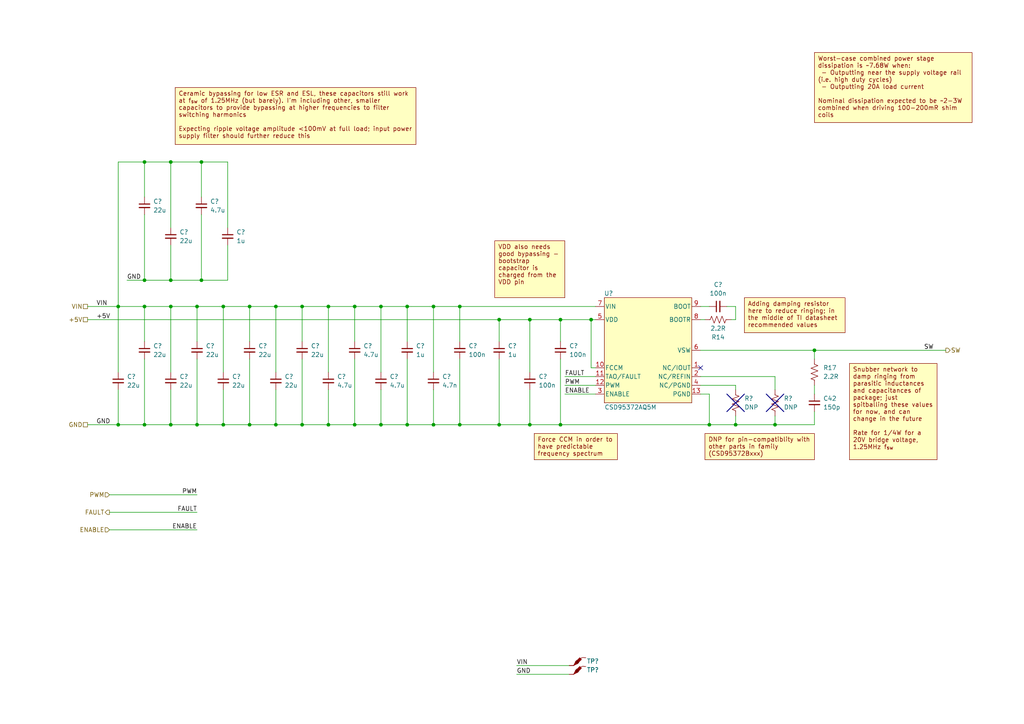
<source format=kicad_sch>
(kicad_sch (version 20230121) (generator eeschema)
  (paper "A4")
  (title_block (title "Shim Amplifier Prototype") (date "2023-08-01") (rev "A.1") (company "Ishaan Govindarajan"))
  (lib_symbols
    (symbol "Custom-Capacitor:CL10B104KB8NNWC" (pin_numbers hide) (pin_names (offset 0.254) hide)
      (property "Reference" "C" (at 0.254 1.778 0))
      (property "Value" "100n" (at 0.254 -2.032 0))
      (symbol "CL10B104KB8NNWC_0_1"
        (polyline (pts (xy -1.524 -0.508) (xy 1.524 -0.508)) (stroke (width 0.3302)))
        (polyline (pts (xy -1.524 0.508) (xy 1.524 0.508)) (stroke (width 0.3048)))
      )
      (symbol "CL10B104KB8NNWC_1_1"
        (pin passive line (at 0 2.54 270) (length 2.032) (name "~") (number "1"))
        (pin passive line (at 0 -2.54 90) (length 2.032) (name "~") (number "2"))
      )
    )
    (symbol "Custom-Capacitor:CL10B472KB8NFNC" (pin_numbers hide) (pin_names (offset 0.254) hide)
      (property "Reference" "C" (at 0.254 1.778 0))
      (property "Value" "4.7n" (at 0.254 -2.032 0))
      (symbol "CL10B472KB8NFNC_0_1"
        (polyline (pts (xy -1.524 -0.508) (xy 1.524 -0.508)) (stroke (width 0.3302)))
        (polyline (pts (xy -1.524 0.508) (xy 1.524 0.508)) (stroke (width 0.3048)))
      )
      (symbol "CL10B472KB8NFNC_1_1"
        (pin passive line (at 0 2.54 270) (length 2.032) (name "~") (number "1"))
        (pin passive line (at 0 -2.54 90) (length 2.032) (name "~") (number "2"))
      )
    )
    (symbol "Custom-Capacitor:CL21A475KLCLQNC" (pin_numbers hide) (pin_names (offset 0.254) hide)
      (property "Reference" "C" (at 0.254 1.778 0))
      (property "Value" "4.7u" (at 0.254 -2.032 0))
      (symbol "CL21A475KLCLQNC_0_1"
        (polyline (pts (xy -1.524 -0.508) (xy 1.524 -0.508)) (stroke (width 0.3302)))
        (polyline (pts (xy -1.524 0.508) (xy 1.524 0.508)) (stroke (width 0.3048)))
      )
      (symbol "CL21A475KLCLQNC_1_1"
        (pin passive line (at 0 2.54 270) (length 2.032) (name "~") (number "1"))
        (pin passive line (at 0 -2.54 90) (length 2.032) (name "~") (number "2"))
      )
    )
    (symbol "Custom-Capacitor:CL21B105KBFNNNG" (pin_numbers hide) (pin_names (offset 0.254) hide)
      (property "Reference" "C" (at 0.254 1.778 0))
      (property "Value" "1u" (at 0.254 -2.032 0))
      (symbol "CL21B105KBFNNNG_0_1"
        (polyline (pts (xy -1.524 -0.508) (xy 1.524 -0.508)) (stroke (width 0.3302)))
        (polyline (pts (xy -1.524 0.508) (xy 1.524 0.508)) (stroke (width 0.3048)))
      )
      (symbol "CL21B105KBFNNNG_1_1"
        (pin passive line (at 0 2.54 270) (length 2.032) (name "~") (number "1"))
        (pin passive line (at 0 -2.54 90) (length 2.032) (name "~") (number "2"))
      )
    )
    (symbol "Custom-Capacitor:CL32B226KAJNNNE" (pin_numbers hide) (pin_names (offset 0.254) hide)
      (property "Reference" "C" (at 0.254 1.778 0))
      (property "Value" "22u" (at 0.254 -2.032 0))
      (symbol "CL32B226KAJNNNE_0_1"
        (polyline (pts (xy -1.524 -0.508) (xy 1.524 -0.508)) (stroke (width 0.3302)))
        (polyline (pts (xy -1.524 0.508) (xy 1.524 0.508)) (stroke (width 0.3048)))
      )
      (symbol "CL32B226KAJNNNE_1_1"
        (pin passive line (at 0 2.54 270) (length 2.032) (name "~") (number "1"))
        (pin passive line (at 0 -2.54 90) (length 2.032) (name "~") (number "2"))
      )
    )
    (symbol "Custom-Capacitor:GCM1885C2A151JA16D" (pin_numbers hide) (pin_names (offset 0.254) hide)
      (property "Reference" "C" (at 0.254 1.778 0))
      (property "Value" "150p" (at 0.254 -2.032 0))
      (symbol "GCM1885C2A151JA16D_0_1"
        (polyline (pts (xy -1.524 -0.508) (xy 1.524 -0.508)) (stroke (width 0.3302)))
        (polyline (pts (xy -1.524 0.508) (xy 1.524 0.508)) (stroke (width 0.3048)))
      )
      (symbol "GCM1885C2A151JA16D_1_1"
        (pin passive line (at 0 2.54 270) (length 2.032) (name "~") (number "1"))
        (pin passive line (at 0 -2.54 90) (length 2.032) (name "~") (number "2"))
      )
    )
    (symbol "Custom-LogicIC:TestPoint" (in_bom no)
      (property "Reference" "TP" (at 2.54 0 0))
      (symbol "TestPoint_1_1"
        (polyline (pts (xy -0.762 1.27) (xy 0 0.508)) (stroke (width 0) (color 72 0 0 1)))
        (polyline (pts (xy -0.508 1.524) (xy 0.254 0.762)) (stroke (width 0) (color 72 0 0 1)))
        (polyline (pts (xy -1.27 0) (xy -0.762 1.016) (xy -0.254 0.508) (xy -1.27 0)) (fill (type color) (color 132 0 0 1)))
        (polyline (pts (xy -0.762 1.016) (xy 0.508 2.286) (xy 1.016 1.778) (xy -0.254 0.508) (xy -0.762 1.016)) (fill (type color) (color 132 0 0 1)))
        (arc (start 1.778 2.286) (mid 1.2343 2.3019) (end 0.762 2.032))
        (arc (start 1.778 2.286) (mid 2.032 2.258) (end 2.286 2.286))
        (pin passive line (at -2.54 0 0) (length 1.27) (name "") (number "1"))
      )
    )
    (symbol "Custom-PowerIC:CSD95372AQ5M" (pin_names (offset 0.254))
      (property "Reference" "U" (at -11.43 16.51 0))
      (property "Value" "CSD95372AQ5M" (at -12.7 -16.51 0))
      (symbol "CSD95372AQ5M_1_1"
        (rectangle (start -12.7 15.24) (end 12.7 -15.24) (fill (type background)))
        (pin passive line (at 15.24 -5.08 180) (length 2.54) (name "NC/IOUT") (number "1"))
        (pin input line (at -15.24 -5.08 0) (length 2.54) (name "FCCM") (number "10"))
        (pin tri_state line (at -15.24 -7.62 0) (length 2.54) (name "TAO/FAULT") (number "11"))
        (pin input line (at -15.24 -10.16 0) (length 2.54) (name "PWM") (number "12"))
        (pin power_in line (at 15.24 -12.7 180) (length 2.54) (name "PGND") (number "13"))
        (pin passive line (at 15.24 -7.62 180) (length 2.54) (name "NC/REFIN") (number "2"))
        (pin input line (at -15.24 -12.7 0) (length 2.54) (name "ENABLE") (number "3"))
        (pin passive line (at 15.24 -10.16 180) (length 2.54) (name "NC/PGND") (number "4"))
        (pin power_in line (at -15.24 8.89 0) (length 2.54) (name "VDD") (number "5"))
        (pin power_out line (at 15.24 0 180) (length 2.54) (name "VSW") (number "6"))
        (pin power_in line (at -15.24 12.7 0) (length 2.54) (name "VIN") (number "7"))
        (pin output line (at 15.24 8.89 180) (length 2.54) (name "BOOTR") (number "8"))
        (pin passive line (at 15.24 12.7 180) (length 2.54) (name "BOOT") (number "9"))
      )
    )
    (symbol "Custom-Resistor:JUMPER_DNP" (pin_numbers hide) (pin_names (offset 0))
      (property "Reference" "R" (at 2.54 0 90))
      (property "Value" "DNP" (at -2.54 0 90))
      (symbol "JUMPER_DNP_0_1"
        (polyline (pts (xy 0 -2.286) (xy 0 -2.54)))
        (polyline (pts (xy 0 2.286) (xy 0 2.54)))
        (polyline (pts (xy 0 -0.762) (xy 1.016 -1.143) (xy 0 -1.524) (xy -1.016 -1.905) (xy 0 -2.286)))
        (polyline (pts (xy 0 0.762) (xy 1.016 0.381) (xy 0 0) (xy -1.016 -0.381) (xy 0 -0.762)))
        (polyline (pts (xy 0 2.286) (xy 1.016 1.905) (xy 0 1.524) (xy -1.016 1.143) (xy 0 0.762)))
      )
      (symbol "JUMPER_DNP_1_1"
        (polyline (pts (xy -2.54 -2.54) (xy 2.54 2.54)) (stroke (width 0.254) (color 0 0 132 1)))
        (polyline (pts (xy -2.54 2.54) (xy 2.54 -2.54)) (stroke (width 0.254) (color 0 0 132 1)))
        (pin passive line (at 0 3.81 270) (length 1.27) (name "~") (number "1"))
        (pin passive line (at 0 -3.81 90) (length 1.27) (name "~") (number "2"))
      )
    )
    (symbol "Custom-Resistor:RPC0805JT2R20-UP" (pin_numbers hide) (pin_names (offset 0))
      (property "Reference" "R" (at 2.54 0 90))
      (property "Value" "2.2R" (at -2.54 0 90))
      (symbol "RPC0805JT2R20-UP_0_1"
        (polyline (pts (xy 0 -2.286) (xy 0 -2.54)))
        (polyline (pts (xy 0 2.286) (xy 0 2.54)))
        (polyline (pts (xy 0 -0.762) (xy 1.016 -1.143) (xy 0 -1.524) (xy -1.016 -1.905) (xy 0 -2.286)))
        (polyline (pts (xy 0 0.762) (xy 1.016 0.381) (xy 0 0) (xy -1.016 -0.381) (xy 0 -0.762)))
        (polyline (pts (xy 0 2.286) (xy 1.016 1.905) (xy 0 1.524) (xy -1.016 1.143) (xy 0 0.762)))
      )
      (symbol "RPC0805JT2R20-UP_1_1"
        (pin passive line (at 0 3.81 270) (length 1.27) (name "~") (number "1"))
        (pin passive line (at 0 -3.81 90) (length 1.27) (name "~") (number "2"))
      )
    )
  )
  (junction (at 49.53 123.19))
  (junction (at 58.42 81.28))
  (junction (at 162.56 123.19))
  (junction (at 133.35 123.19))
  (junction (at 171.45 92.71))
  (junction (at 49.53 81.28))
  (junction (at 80.01 88.9))
  (junction (at 95.25 123.19))
  (junction (at 49.53 88.9))
  (junction (at 125.73 88.9))
  (junction (at 72.39 88.9))
  (junction (at 64.77 88.9))
  (junction (at 162.56 92.71))
  (junction (at 118.11 88.9))
  (junction (at 144.78 123.19))
  (junction (at 41.91 88.9))
  (junction (at 95.25 88.9))
  (junction (at 118.11 123.19))
  (junction (at 133.35 88.9))
  (junction (at 34.29 123.19))
  (junction (at 213.36 123.19))
  (junction (at 41.91 46.99))
  (junction (at 144.78 92.71))
  (junction (at 236.22 101.6))
  (junction (at 153.67 123.19))
  (junction (at 58.42 46.99))
  (junction (at 80.01 123.19))
  (junction (at 41.91 123.19))
  (junction (at 41.91 81.28))
  (junction (at 110.49 123.19))
  (junction (at 87.63 123.19))
  (junction (at 72.39 123.19))
  (junction (at 57.15 123.19))
  (junction (at 224.79 123.19))
  (junction (at 110.49 88.9))
  (junction (at 205.74 123.19))
  (junction (at 102.87 123.19))
  (junction (at 153.67 92.71))
  (junction (at 87.63 88.9))
  (junction (at 64.77 123.19))
  (junction (at 125.73 123.19))
  (junction (at 57.15 88.9))
  (junction (at 34.29 88.9))
  (junction (at 102.87 88.9))
  (junction (at 49.53 46.99))
  (no_connect (at 203.2 106.68))
  (wire (pts (xy 80.01 123.19) (xy 87.63 123.19)))
  (wire (pts (xy 49.53 88.9) (xy 57.15 88.9)))
  (wire (pts (xy 49.53 113.03) (xy 49.53 123.19)))
  (wire (pts (xy 25.4 123.19) (xy 34.29 123.19)))
  (wire (pts (xy 87.63 88.9) (xy 95.25 88.9)))
  (wire (pts (xy 34.29 46.99) (xy 41.91 46.99)))
  (wire (pts (xy 31.75 148.59) (xy 57.15 148.59)))
  (wire (pts (xy 95.25 123.19) (xy 102.87 123.19)))
  (wire (pts (xy 144.78 92.71) (xy 153.67 92.71)))
  (wire (pts (xy 110.49 123.19) (xy 118.11 123.19)))
  (wire (pts (xy 49.53 71.12) (xy 49.53 81.28)))
  (wire (pts (xy 102.87 123.19) (xy 110.49 123.19)))
  (wire (pts (xy 203.2 88.9) (xy 205.74 88.9)))
  (wire (pts (xy 72.39 123.19) (xy 80.01 123.19)))
  (wire (pts (xy 144.78 92.71) (xy 144.78 99.06)))
  (wire (pts (xy 64.77 88.9) (xy 72.39 88.9)))
  (wire (pts (xy 64.77 113.03) (xy 64.77 123.19)))
  (wire (pts (xy 57.15 104.14) (xy 57.15 123.19)))
  (wire (pts (xy 203.2 114.3) (xy 205.74 114.3)))
  (wire (pts (xy 34.29 113.03) (xy 34.29 123.19)))
  (wire (pts (xy 162.56 104.14) (xy 162.56 123.19)))
  (wire (pts (xy 149.86 193.04) (xy 165.1 193.04)))
  (wire (pts (xy 110.49 88.9) (xy 110.49 107.95)))
  (wire (pts (xy 144.78 123.19) (xy 153.67 123.19)))
  (wire (pts (xy 236.22 119.38) (xy 236.22 123.19)))
  (wire (pts (xy 149.86 195.58) (xy 165.1 195.58)))
  (wire (pts (xy 72.39 88.9) (xy 72.39 99.06)))
  (wire (pts (xy 64.77 123.19) (xy 72.39 123.19)))
  (wire (pts (xy 95.25 88.9) (xy 102.87 88.9)))
  (wire (pts (xy 110.49 88.9) (xy 118.11 88.9)))
  (wire (pts (xy 171.45 92.71) (xy 172.72 92.71)))
  (wire (pts (xy 205.74 123.19) (xy 213.36 123.19)))
  (wire (pts (xy 102.87 104.14) (xy 102.87 123.19)))
  (wire (pts (xy 224.79 123.19) (xy 236.22 123.19)))
  (wire (pts (xy 87.63 104.14) (xy 87.63 123.19)))
  (wire (pts (xy 102.87 88.9) (xy 110.49 88.9)))
  (wire (pts (xy 125.73 88.9) (xy 125.73 107.95)))
  (wire (pts (xy 25.4 88.9) (xy 34.29 88.9)))
  (wire (pts (xy 224.79 109.22) (xy 203.2 109.22)))
  (wire (pts (xy 80.01 113.03) (xy 80.01 123.19)))
  (wire (pts (xy 31.75 153.67) (xy 57.15 153.67)))
  (wire (pts (xy 203.2 92.71) (xy 204.47 92.71)))
  (wire (pts (xy 163.83 109.22) (xy 172.72 109.22)))
  (wire (pts (xy 118.11 88.9) (xy 125.73 88.9)))
  (wire (pts (xy 41.91 104.14) (xy 41.91 123.19)))
  (wire (pts (xy 212.09 92.71) (xy 213.36 92.71)))
  (wire (pts (xy 57.15 88.9) (xy 57.15 99.06)))
  (wire (pts (xy 163.83 114.3) (xy 172.72 114.3)))
  (wire (pts (xy 58.42 62.23) (xy 58.42 81.28)))
  (wire (pts (xy 34.29 88.9) (xy 41.91 88.9)))
  (wire (pts (xy 236.22 101.6) (xy 274.32 101.6)))
  (wire (pts (xy 224.79 120.65) (xy 224.79 123.19)))
  (wire (pts (xy 133.35 88.9) (xy 172.72 88.9)))
  (wire (pts (xy 49.53 46.99) (xy 58.42 46.99)))
  (wire (pts (xy 153.67 92.71) (xy 153.67 107.95)))
  (wire (pts (xy 213.36 113.03) (xy 213.36 111.76)))
  (wire (pts (xy 102.87 88.9) (xy 102.87 99.06)))
  (wire (pts (xy 34.29 123.19) (xy 41.91 123.19)))
  (wire (pts (xy 49.53 81.28) (xy 58.42 81.28)))
  (wire (pts (xy 41.91 46.99) (xy 49.53 46.99)))
  (wire (pts (xy 118.11 88.9) (xy 118.11 99.06)))
  (wire (pts (xy 58.42 81.28) (xy 66.04 81.28)))
  (wire (pts (xy 41.91 88.9) (xy 41.91 99.06)))
  (wire (pts (xy 41.91 46.99) (xy 41.91 57.15)))
  (wire (pts (xy 49.53 88.9) (xy 41.91 88.9)))
  (wire (pts (xy 213.36 88.9) (xy 213.36 92.71)))
  (wire (pts (xy 34.29 88.9) (xy 34.29 46.99)))
  (wire (pts (xy 172.72 106.68) (xy 171.45 106.68)))
  (wire (pts (xy 41.91 123.19) (xy 49.53 123.19)))
  (wire (pts (xy 72.39 104.14) (xy 72.39 123.19)))
  (wire (pts (xy 36.83 81.28) (xy 41.91 81.28)))
  (wire (pts (xy 58.42 46.99) (xy 58.42 57.15)))
  (wire (pts (xy 125.73 123.19) (xy 133.35 123.19)))
  (wire (pts (xy 162.56 123.19) (xy 205.74 123.19)))
  (wire (pts (xy 72.39 88.9) (xy 80.01 88.9)))
  (wire (pts (xy 66.04 46.99) (xy 66.04 66.04)))
  (wire (pts (xy 57.15 88.9) (xy 64.77 88.9)))
  (wire (pts (xy 162.56 92.71) (xy 171.45 92.71)))
  (wire (pts (xy 49.53 88.9) (xy 49.53 107.95)))
  (wire (pts (xy 213.36 123.19) (xy 224.79 123.19)))
  (wire (pts (xy 153.67 92.71) (xy 162.56 92.71)))
  (wire (pts (xy 213.36 123.19) (xy 213.36 120.65)))
  (wire (pts (xy 95.25 113.03) (xy 95.25 123.19)))
  (wire (pts (xy 236.22 111.76) (xy 236.22 114.3)))
  (wire (pts (xy 80.01 88.9) (xy 87.63 88.9)))
  (wire (pts (xy 87.63 88.9) (xy 87.63 99.06)))
  (wire (pts (xy 110.49 113.03) (xy 110.49 123.19)))
  (wire (pts (xy 95.25 88.9) (xy 95.25 107.95)))
  (wire (pts (xy 133.35 104.14) (xy 133.35 123.19)))
  (wire (pts (xy 162.56 92.71) (xy 162.56 99.06)))
  (wire (pts (xy 171.45 92.71) (xy 171.45 106.68)))
  (wire (pts (xy 153.67 113.03) (xy 153.67 123.19)))
  (wire (pts (xy 133.35 123.19) (xy 144.78 123.19)))
  (wire (pts (xy 224.79 113.03) (xy 224.79 109.22)))
  (wire (pts (xy 41.91 81.28) (xy 49.53 81.28)))
  (wire (pts (xy 118.11 104.14) (xy 118.11 123.19)))
  (wire (pts (xy 125.73 113.03) (xy 125.73 123.19)))
  (wire (pts (xy 49.53 46.99) (xy 49.53 66.04)))
  (wire (pts (xy 210.82 88.9) (xy 213.36 88.9)))
  (wire (pts (xy 57.15 123.19) (xy 64.77 123.19)))
  (wire (pts (xy 236.22 104.14) (xy 236.22 101.6)))
  (wire (pts (xy 205.74 114.3) (xy 205.74 123.19)))
  (wire (pts (xy 34.29 88.9) (xy 34.29 107.95)))
  (wire (pts (xy 31.75 143.51) (xy 57.15 143.51)))
  (wire (pts (xy 66.04 71.12) (xy 66.04 81.28)))
  (wire (pts (xy 118.11 123.19) (xy 125.73 123.19)))
  (wire (pts (xy 144.78 104.14) (xy 144.78 123.19)))
  (wire (pts (xy 153.67 123.19) (xy 162.56 123.19)))
  (wire (pts (xy 25.4 92.71) (xy 144.78 92.71)))
  (wire (pts (xy 80.01 88.9) (xy 80.01 107.95)))
  (wire (pts (xy 203.2 101.6) (xy 236.22 101.6)))
  (wire (pts (xy 87.63 123.19) (xy 95.25 123.19)))
  (wire (pts (xy 58.42 46.99) (xy 66.04 46.99)))
  (wire (pts (xy 49.53 123.19) (xy 57.15 123.19)))
  (wire (pts (xy 133.35 88.9) (xy 133.35 99.06)))
  (wire (pts (xy 41.91 62.23) (xy 41.91 81.28)))
  (wire (pts (xy 125.73 88.9) (xy 133.35 88.9)))
  (wire (pts (xy 64.77 88.9) (xy 64.77 107.95)))
  (wire (pts (xy 203.2 111.76) (xy 213.36 111.76)))
  (wire (pts (xy 163.83 111.76) (xy 172.72 111.76)))
  (text_box "Worst-case combined power stage dissipation is ~7.68W when:\n - Outputting near the supply voltage rail (i.e. high duty cycles)\n - Outputting 20A load current\n\nNominal dissipation expected to be ~2-3W combined when driving 100-200mR shim coils" (at 236.22 15.24 0) (size 45.72 20.32) (stroke (width 0) (color 132 0 0 1)) (fill (type color) (color 255 255 194 1)) (effects (font (size 1.27 1.27)) (justify left top)))
  (text_box "Adding damping resistor here to reduce ringing; in the middle of TI datasheet recommended values" (at 215.9 86.36 0) (size 29.21 10.16) (stroke (width 0) (color 132 0 0 1)) (fill (type color) (color 255 255 194 1)) (effects (font (size 1.27 1.27)) (justify left top)))
  (text_box "VDD also needs good bypassing - bootstrap capacitor is charged from the VDD pin" (at 143.51 69.85 0) (size 20.32 16.51) (stroke (width 0) (color 132 0 0 1)) (fill (type color) (color 255 255 194 1)) (effects (font (size 1.27 1.27)) (justify left top)))
  (text_box "DNP for pin-compatiblity with other parts in family\n(CSD95372Bxxx)" (at 204.47 125.73 0) (size 31.75 7.62) (stroke (width 0) (color 132 0 0 1)) (fill (type color) (color 255 255 194 1)) (effects (font (size 1.27 1.27)) (justify left top)))
  (text_box "Force CCM in order to have predictable frequency spectrum" (at 154.94 125.73 0) (size 24.13 7.62) (stroke (width 0) (color 132 0 0 1)) (fill (type color) (color 255 255 194 1)) (effects (font (size 1.27 1.27)) (justify left top)))
  (text_box "Ceramic bypassing for low ESR and ESL, these capacitors still work at f_{sw} of 1.25MHz (but barely). I'm including other, smaller capacitors to provide bypassing at higher frequencies to filter switching harmonics\n\nExpecting ripple voltage amplitude <100mV at full load; input power supply filter should further reduce this" (at 50.8 25.4 0) (size 69.85 16.51) (stroke (width 0) (color 132 0 0 1)) (fill (type color) (color 255 255 194 1)) (effects (font (size 1.27 1.27)) (justify left top)))
  (text_box "Snubber network to damp ringing from parasitic inductances and capacitances of package; just spitballing these values for now, and can change in the future\n\nRate for 1/4W for a 20V bridge voltage, 1.25MHz f_{sw}\n" (at 246.38 105.41 0) (size 25.4 27.94) (stroke (width 0) (color 132 0 0 1)) (fill (type color) (color 255 255 194 1)) (effects (font (size 1.27 1.27)) (justify left top)))
  (label "ENABLE" (at 57.15 153.67 180))
  (label "PWM" (at 57.15 143.51 180))
  (label "+5V" (at 27.94 92.71 0))
  (label "GND" (at 149.86 195.58 0))
  (label "FAULT" (at 163.83 109.22 0))
  (label "FAULT" (at 57.15 148.59 180))
  (label "VIN" (at 149.86 193.04 0))
  (label "GND" (at 36.83 81.28 0))
  (label "PWM" (at 163.83 111.76 0))
  (label "GND" (at 27.94 123.19 0))
  (label "ENABLE" (at 163.83 114.3 0))
  (label "SW" (at 267.97 101.6 0))
  (label "VIN" (at 27.94 88.9 0))
  (hierarchical_label "GND" (shape passive) (at 25.4 123.19 180))
  (hierarchical_label "PWM" (shape input) (at 31.75 143.51 180))
  (hierarchical_label "+5V" (shape passive) (at 25.4 92.71 180))
  (hierarchical_label "VIN" (shape passive) (at 25.4 88.9 180))
  (hierarchical_label "SW" (shape output) (at 274.32 101.6 0))
  (hierarchical_label "FAULT" (shape output) (at 31.75 148.59 180))
  (hierarchical_label "ENABLE" (shape input) (at 31.75 153.67 180))
  (symbol (lib_id "Custom-Capacitor:CL32B226KAJNNNE") (at 57.15 101.6 0) (unit 1)
    (property "Reference" "C?" (at 59.69 100.3363 0) (effects (justify left)))
    (property "Value" "22u" (at 59.69 102.8763 0) (effects (justify left)))
    (property "Footprint" "Capacitor_SMD:C_1210_3225Metric_Pad1.33x2.70mm_HandSolder" (effects hide))
    (property "Datasheet" "https://product.samsungsem.com/mlcc/CL32B226KAJNNN.do" (effects hide))
    (property "Manufacturer" "Samsung Electro-Mechanics" (effects hide))
    (property "Part Number" "CL32B226KAJNNNE" (effects hide))
    (instances (project "Class-D Prototype RevB" (path "" (reference "C?") (unit 1)) (path "" (reference "C25") (unit 1)) (path "" (reference "C48") (unit 1))))
  )
  (symbol (lib_id "Custom-Capacitor:CL21B105KBFNNNG") (at 66.04 68.58 0) (unit 1)
    (property "Reference" "C?" (at 68.58 67.3163 0) (effects (justify left)))
    (property "Value" "1u" (at 68.58 69.8563 0) (effects (justify left)))
    (property "Footprint" "Capacitor_SMD:C_0805_2012Metric_Pad1.18x1.45mm_HandSolder" (effects hide))
    (property "Datasheet" "https://media.digikey.com/pdf/Data%20Sheets/Samsung%20PDFs/CL21B105KBFNNNG_Spec.pdf" (effects hide))
    (property "Manufacturer" "Samsung Electro-Mechanics" (effects hide))
    (property "Part Number" "CL21B105KBFNNNG" (effects hide))
    (instances (project "Class-D Prototype RevB" (path "" (reference "C?") (unit 1)) (path "" (reference "C28") (unit 1)) (path "" (reference "C51") (unit 1))))
  )
  (symbol (lib_id "Custom-Capacitor:CL32B226KAJNNNE") (at 49.53 68.58 0) (unit 1)
    (property "Reference" "C?" (at 52.07 67.3163 0) (effects (justify left)))
    (property "Value" "22u" (at 52.07 69.8563 0) (effects (justify left)))
    (property "Footprint" "Capacitor_SMD:C_1210_3225Metric_Pad1.33x2.70mm_HandSolder" (effects hide))
    (property "Datasheet" "https://product.samsungsem.com/mlcc/CL32B226KAJNNN.do" (effects hide))
    (property "Manufacturer" "Samsung Electro-Mechanics" (effects hide))
    (property "Part Number" "CL32B226KAJNNNE" (effects hide))
    (instances (project "Class-D Prototype RevB" (path "" (reference "C?") (unit 1)) (path "" (reference "C23") (unit 1)) (path "" (reference "C46") (unit 1))))
  )
  (symbol (lib_id "Custom-Capacitor:CL10B104KB8NNWC") (at 133.35 101.6 180) (unit 1)
    (property "Reference" "C?" (at 135.89 100.3236 0) (effects (justify right)))
    (property "Value" "100n" (at 135.89 102.8636 0) (effects (justify right)))
    (property "Footprint" "Capacitor_SMD:C_0603_1608Metric_Pad1.08x0.95mm_HandSolder" (effects hide))
    (property "Datasheet" "https://product.samsungsem.com/mlcc/CL31B106KAHNFN.do" (effects hide))
    (property "Manufacturer" "Samsung Electro-Mechanics" (effects hide))
    (property "Part Number" "CL10B104KB8NNWC" (effects hide))
    (instances (project "Class-D Prototype RevB" (path "" (reference "C?") (unit 1)) (path "" (reference "C37") (unit 1)) (path "" (reference "C60") (unit 1))))
  )
  (symbol (lib_id "Custom-Resistor:JUMPER_DNP") (at 224.79 116.84 0) (unit 1)
    (property "Reference" "R?" (at 227.33 115.57 0) (effects (justify left)))
    (property "Value" "DNP" (at 227.33 118.11 0) (effects (justify left)))
    (property "Footprint" "Custom-RLC:DNP_R_0603_1608Metric_Pad0.98x0.95mm_HandSolder" (effects hide))
    (property "Datasheet" "-" (effects hide))
    (property "Manufacturer" "-" (effects hide))
    (property "Part Number" "-" (effects hide))
    (instances (project "Class-D Prototype RevB" (path "" (reference "R?") (unit 1)) (path "" (reference "R16") (unit 1)) (path "" (reference "R20") (unit 1))))
  )
  (symbol (lib_id "Custom-Capacitor:CL10B104KB8NNWC") (at 162.56 101.6 180) (unit 1)
    (property "Reference" "C?" (at 165.1 100.3236 0) (effects (justify right)))
    (property "Value" "100n" (at 165.1 102.8636 0) (effects (justify right)))
    (property "Footprint" "Capacitor_SMD:C_0603_1608Metric_Pad1.08x0.95mm_HandSolder" (effects hide))
    (property "Datasheet" "https://product.samsungsem.com/mlcc/CL31B106KAHNFN.do" (effects hide))
    (property "Manufacturer" "Samsung Electro-Mechanics" (effects hide))
    (property "Part Number" "CL10B104KB8NNWC" (effects hide))
    (instances (project "Class-D Prototype RevB" (path "" (reference "C?") (unit 1)) (path "" (reference "C40") (unit 1)) (path "" (reference "C63") (unit 1))))
  )
  (symbol (lib_id "Custom-Capacitor:GCM1885C2A151JA16D") (at 236.22 116.84 0) (unit 1)
    (property "Reference" "C42" (at 238.76 115.5763 0) (effects (justify left)))
    (property "Value" "150p" (at 238.76 118.1163 0) (effects (justify left)))
    (property "Footprint" "Capacitor_SMD:C_0603_1608Metric_Pad1.08x0.95mm_HandSolder" (effects hide))
    (property "Datasheet" "https://search.murata.co.jp/Ceramy/image/img/A01X/G101/ENG/GCM1885C2A151JA16-01.pdf" (effects hide))
    (property "Manufacturer" "Murata Electronics" (effects hide))
    (property "Part Number" "GCM1885C2A151JA16D" (effects hide))
    (instances (project "Class-D Prototype RevB" (path "" (reference "C42") (unit 1)) (path "" (reference "C65") (unit 1))))
  )
  (symbol (lib_id "Custom-Capacitor:CL32B226KAJNNNE") (at 80.01 110.49 0) (unit 1)
    (property "Reference" "C?" (at 82.55 109.2263 0) (effects (justify left)))
    (property "Value" "22u" (at 82.55 111.7663 0) (effects (justify left)))
    (property "Footprint" "Capacitor_SMD:C_1210_3225Metric_Pad1.33x2.70mm_HandSolder" (effects hide))
    (property "Datasheet" "https://product.samsungsem.com/mlcc/CL32B226KAJNNN.do" (effects hide))
    (property "Manufacturer" "Samsung Electro-Mechanics" (effects hide))
    (property "Part Number" "CL32B226KAJNNNE" (effects hide))
    (instances (project "Class-D Prototype RevB" (path "" (reference "C?") (unit 1)) (path "" (reference "C30") (unit 1)) (path "" (reference "C53") (unit 1))))
  )
  (symbol (lib_id "Custom-Capacitor:CL21B105KBFNNNG") (at 144.78 101.6 0) (unit 1)
    (property "Reference" "C?" (at 147.32 100.3363 0) (effects (justify left)))
    (property "Value" "1u" (at 147.32 102.8763 0) (effects (justify left)))
    (property "Footprint" "Capacitor_SMD:C_0805_2012Metric_Pad1.18x1.45mm_HandSolder" (effects hide))
    (property "Datasheet" "https://media.digikey.com/pdf/Data%20Sheets/Samsung%20PDFs/CL21B105KBFNNNG_Spec.pdf" (effects hide))
    (property "Manufacturer" "Samsung Electro-Mechanics" (effects hide))
    (property "Part Number" "CL21B105KBFNNNG" (effects hide))
    (instances (project "Class-D Prototype RevB" (path "" (reference "C?") (unit 1)) (path "" (reference "C38") (unit 1)) (path "" (reference "C61") (unit 1))))
  )
  (symbol (lib_id "Custom-Capacitor:CL21A475KLCLQNC") (at 110.49 110.49 0) (unit 1)
    (property "Reference" "C?" (at 113.03 109.2263 0) (effects (justify left)))
    (property "Value" "4.7u" (at 113.03 111.7663 0) (effects (justify left)))
    (property "Footprint" "Capacitor_SMD:C_0805_2012Metric_Pad1.18x1.45mm_HandSolder" (effects hide))
    (property "Datasheet" "https://media.digikey.com/pdf/Data%20Sheets/Samsung%20PDFs/CL21A475KLCLQNC_Spec.pdf" (effects hide))
    (property "Manufacturer" "Samsung Electro-Mechanics" (effects hide))
    (property "Part Number" "CL21A475KLCLQNC" (effects hide))
    (instances (project "Class-D Prototype RevB" (path "" (reference "C?") (unit 1)) (path "" (reference "C34") (unit 1)) (path "" (reference "C57") (unit 1))))
  )
  (symbol (lib_id "Custom-Capacitor:CL32B226KAJNNNE") (at 87.63 101.6 0) (unit 1)
    (property "Reference" "C?" (at 90.17 100.3363 0) (effects (justify left)))
    (property "Value" "22u" (at 90.17 102.8763 0) (effects (justify left)))
    (property "Footprint" "Capacitor_SMD:C_1210_3225Metric_Pad1.33x2.70mm_HandSolder" (effects hide))
    (property "Datasheet" "https://product.samsungsem.com/mlcc/CL32B226KAJNNN.do" (effects hide))
    (property "Manufacturer" "Samsung Electro-Mechanics" (effects hide))
    (property "Part Number" "CL32B226KAJNNNE" (effects hide))
    (instances (project "Class-D Prototype RevB" (path "" (reference "C?") (unit 1)) (path "" (reference "C31") (unit 1)) (path "" (reference "C54") (unit 1))))
  )
  (symbol (lib_id "Custom-Capacitor:CL10B472KB8NFNC") (at 125.73 110.49 0) (unit 1)
    (property "Reference" "C?" (at 128.27 109.2263 0) (effects (justify left)))
    (property "Value" "4.7n" (at 128.27 111.7663 0) (effects (justify left)))
    (property "Footprint" "Capacitor_SMD:C_0603_1608Metric_Pad1.08x0.95mm_HandSolder" (effects hide))
    (property "Datasheet" "https://product.samsungsem.com/mlcc/CL10B472KB8NFN.do" (effects hide))
    (property "Manufacturer" "Samsung Electro-Mechanics" (effects hide))
    (property "Part Number" "CL10B472KB8NFNC" (effects hide))
    (instances (project "Class-D Prototype RevB" (path "" (reference "C?") (unit 1)) (path "" (reference "C36") (unit 1)) (path "" (reference "C59") (unit 1))))
  )
  (symbol (lib_id "Custom-Capacitor:CL32B226KAJNNNE") (at 34.29 110.49 0) (unit 1)
    (property "Reference" "C?" (at 36.83 109.2263 0) (effects (justify left)))
    (property "Value" "22u" (at 36.83 111.7663 0) (effects (justify left)))
    (property "Footprint" "Capacitor_SMD:C_1210_3225Metric_Pad1.33x2.70mm_HandSolder" (effects hide))
    (property "Datasheet" "https://product.samsungsem.com/mlcc/CL32B226KAJNNN.do" (effects hide))
    (property "Manufacturer" "Samsung Electro-Mechanics" (effects hide))
    (property "Part Number" "CL32B226KAJNNNE" (effects hide))
    (instances (project "Class-D Prototype RevB" (path "" (reference "C?") (unit 1)) (path "" (reference "C20") (unit 1)) (path "" (reference "C43") (unit 1))))
  )
  (symbol (lib_id "Custom-Capacitor:CL32B226KAJNNNE") (at 41.91 59.69 0) (unit 1)
    (property "Reference" "C?" (at 44.45 58.4263 0) (effects (justify left)))
    (property "Value" "22u" (at 44.45 60.9663 0) (effects (justify left)))
    (property "Footprint" "Capacitor_SMD:C_1210_3225Metric_Pad1.33x2.70mm_HandSolder" (effects hide))
    (property "Datasheet" "https://product.samsungsem.com/mlcc/CL32B226KAJNNN.do" (effects hide))
    (property "Manufacturer" "Samsung Electro-Mechanics" (effects hide))
    (property "Part Number" "CL32B226KAJNNNE" (effects hide))
    (instances (project "Class-D Prototype RevB" (path "" (reference "C?") (unit 1)) (path "" (reference "C21") (unit 1)) (path "" (reference "C44") (unit 1))))
  )
  (symbol (lib_id "Custom-LogicIC:TestPoint") (at 167.64 193.04 0) (unit 1) (in_bom no)
    (property "Reference" "TP?" (at 170.18 191.77 0) (effects (justify left)))
    (property "Value" "-" (effects hide))
    (property "Footprint" "TestPoint:TestPoint_Pad_D2.0mm" (effects hide))
    (instances (project "Class-D Prototype RevB" (path "" (reference "TP?") (unit 1)) (path "" (reference "TP13") (unit 1)) (path "" (reference "TP15") (unit 1))))
  )
  (symbol (lib_id "Custom-Capacitor:CL32B226KAJNNNE") (at 72.39 101.6 0) (unit 1)
    (property "Reference" "C?" (at 74.93 100.3363 0) (effects (justify left)))
    (property "Value" "22u" (at 74.93 102.8763 0) (effects (justify left)))
    (property "Footprint" "Capacitor_SMD:C_1210_3225Metric_Pad1.33x2.70mm_HandSolder" (effects hide))
    (property "Datasheet" "https://product.samsungsem.com/mlcc/CL32B226KAJNNN.do" (effects hide))
    (property "Manufacturer" "Samsung Electro-Mechanics" (effects hide))
    (property "Part Number" "CL32B226KAJNNNE" (effects hide))
    (instances (project "Class-D Prototype RevB" (path "" (reference "C?") (unit 1)) (path "" (reference "C29") (unit 1)) (path "" (reference "C52") (unit 1))))
  )
  (symbol (lib_id "Custom-Capacitor:CL32B226KAJNNNE") (at 49.53 110.49 0) (unit 1)
    (property "Reference" "C?" (at 52.07 109.2263 0) (effects (justify left)))
    (property "Value" "22u" (at 52.07 111.7663 0) (effects (justify left)))
    (property "Footprint" "Capacitor_SMD:C_1210_3225Metric_Pad1.33x2.70mm_HandSolder" (effects hide))
    (property "Datasheet" "https://product.samsungsem.com/mlcc/CL32B226KAJNNN.do" (effects hide))
    (property "Manufacturer" "Samsung Electro-Mechanics" (effects hide))
    (property "Part Number" "CL32B226KAJNNNE" (effects hide))
    (instances (project "Class-D Prototype RevB" (path "" (reference "C?") (unit 1)) (path "" (reference "C24") (unit 1)) (path "" (reference "C47") (unit 1))))
  )
  (symbol (lib_id "Custom-Resistor:JUMPER_DNP") (at 213.36 116.84 0) (unit 1)
    (property "Reference" "R?" (at 215.9 115.57 0) (effects (justify left)))
    (property "Value" "DNP" (at 215.9 118.11 0) (effects (justify left)))
    (property "Footprint" "Custom-RLC:DNP_R_0603_1608Metric_Pad0.98x0.95mm_HandSolder" (effects hide))
    (property "Datasheet" "-" (effects hide))
    (property "Manufacturer" "-" (effects hide))
    (property "Part Number" "-" (effects hide))
    (instances (project "Class-D Prototype RevB" (path "" (reference "R?") (unit 1)) (path "" (reference "R15") (unit 1)) (path "" (reference "R19") (unit 1))))
  )
  (symbol (lib_id "Custom-LogicIC:TestPoint") (at 167.64 195.58 0) (unit 1) (in_bom no)
    (property "Reference" "TP?" (at 170.18 194.31 0) (effects (justify left)))
    (property "Value" "-" (effects hide))
    (property "Footprint" "TestPoint:TestPoint_Pad_D2.0mm" (effects hide))
    (instances (project "Class-D Prototype RevB" (path "" (reference "TP?") (unit 1)) (path "" (reference "TP14") (unit 1)) (path "" (reference "TP16") (unit 1))))
  )
  (symbol (lib_id "Custom-Capacitor:CL32B226KAJNNNE") (at 41.91 101.6 0) (unit 1)
    (property "Reference" "C?" (at 44.45 100.3363 0) (effects (justify left)))
    (property "Value" "22u" (at 44.45 102.8763 0) (effects (justify left)))
    (property "Footprint" "Capacitor_SMD:C_1210_3225Metric_Pad1.33x2.70mm_HandSolder" (effects hide))
    (property "Datasheet" "https://product.samsungsem.com/mlcc/CL32B226KAJNNN.do" (effects hide))
    (property "Manufacturer" "Samsung Electro-Mechanics" (effects hide))
    (property "Part Number" "CL32B226KAJNNNE" (effects hide))
    (instances (project "Class-D Prototype RevB" (path "" (reference "C?") (unit 1)) (path "" (reference "C22") (unit 1)) (path "" (reference "C45") (unit 1))))
  )
  (symbol (lib_id "Custom-Capacitor:CL10B104KB8NNWC") (at 208.28 88.9 90) (unit 1)
    (property "Reference" "C?" (at 208.2863 82.55 90))
    (property "Value" "100n" (at 208.2863 85.09 90))
    (property "Footprint" "Capacitor_SMD:C_0603_1608Metric_Pad1.08x0.95mm_HandSolder" (effects hide))
    (property "Datasheet" "https://product.samsungsem.com/mlcc/CL31B106KAHNFN.do" (effects hide))
    (property "Manufacturer" "Samsung Electro-Mechanics" (effects hide))
    (property "Part Number" "CL10B104KB8NNWC" (effects hide))
    (instances (project "Class-D Prototype RevB" (path "" (reference "C?") (unit 1)) (path "" (reference "C41") (unit 1)) (path "" (reference "C64") (unit 1))))
  )
  (symbol (lib_id "Custom-Capacitor:CL21A475KLCLQNC") (at 102.87 101.6 0) (unit 1)
    (property "Reference" "C?" (at 105.41 100.3363 0) (effects (justify left)))
    (property "Value" "4.7u" (at 105.41 102.8763 0) (effects (justify left)))
    (property "Footprint" "Capacitor_SMD:C_0805_2012Metric_Pad1.18x1.45mm_HandSolder" (effects hide))
    (property "Datasheet" "https://media.digikey.com/pdf/Data%20Sheets/Samsung%20PDFs/CL21A475KLCLQNC_Spec.pdf" (effects hide))
    (property "Manufacturer" "Samsung Electro-Mechanics" (effects hide))
    (property "Part Number" "CL21A475KLCLQNC" (effects hide))
    (instances (project "Class-D Prototype RevB" (path "" (reference "C?") (unit 1)) (path "" (reference "C33") (unit 1)) (path "" (reference "C56") (unit 1))))
  )
  (symbol (lib_id "Custom-Resistor:RPC0805JT2R20-UP") (at 208.28 92.71 90) (unit 1)
    (property "Reference" "R14" (at 208.28 97.79 90))
    (property "Value" "2.2R" (at 208.28 95.25 90))
    (property "Footprint" "Resistor_SMD:R_0805_2012Metric_Pad1.20x1.40mm_HandSolder" (effects hide))
    (property "Datasheet" "https://www.seielect.com/Catalog/SEI-RPC.pdf" (effects hide))
    (property "Manufacturer" "Stackpole Electronics Inc" (effects hide))
    (property "Part Number" "RPC0805JT2R20-UP" (effects hide))
    (instances (project "Class-D Prototype RevB" (path "" (reference "R14") (unit 1)) (path "" (reference "R18") (unit 1))))
  )
  (symbol (lib_id "Custom-Capacitor:CL21A475KLCLQNC") (at 58.42 59.69 0) (unit 1)
    (property "Reference" "C?" (at 60.96 58.4263 0) (effects (justify left)))
    (property "Value" "4.7u" (at 60.96 60.9663 0) (effects (justify left)))
    (property "Footprint" "Capacitor_SMD:C_0805_2012Metric_Pad1.18x1.45mm_HandSolder" (effects hide))
    (property "Datasheet" "https://media.digikey.com/pdf/Data%20Sheets/Samsung%20PDFs/CL21A475KLCLQNC_Spec.pdf" (effects hide))
    (property "Manufacturer" "Samsung Electro-Mechanics" (effects hide))
    (property "Part Number" "CL21A475KLCLQNC" (effects hide))
    (instances (project "Class-D Prototype RevB" (path "" (reference "C?") (unit 1)) (path "" (reference "C26") (unit 1)) (path "" (reference "C49") (unit 1))))
  )
  (symbol (lib_id "Custom-Resistor:RPC0805JT2R20-UP") (at 236.22 107.95 0) (unit 1)
    (property "Reference" "R17" (at 238.76 106.68 0) (effects (justify left)))
    (property "Value" "2.2R" (at 238.76 109.22 0) (effects (justify left)))
    (property "Footprint" "Resistor_SMD:R_0805_2012Metric_Pad1.20x1.40mm_HandSolder" (effects hide))
    (property "Datasheet" "https://www.seielect.com/Catalog/SEI-RPC.pdf" (effects hide))
    (property "Manufacturer" "Stackpole Electronics Inc" (effects hide))
    (property "Part Number" "RPC0805JT2R20-UP" (effects hide))
    (instances (project "Class-D Prototype RevB" (path "" (reference "R17") (unit 1)) (path "" (reference "R21") (unit 1))))
  )
  (symbol (lib_id "Custom-Capacitor:CL21B105KBFNNNG") (at 118.11 101.6 0) (unit 1)
    (property "Reference" "C?" (at 120.65 100.3363 0) (effects (justify left)))
    (property "Value" "1u" (at 120.65 102.8763 0) (effects (justify left)))
    (property "Footprint" "Capacitor_SMD:C_0805_2012Metric_Pad1.18x1.45mm_HandSolder" (effects hide))
    (property "Datasheet" "https://media.digikey.com/pdf/Data%20Sheets/Samsung%20PDFs/CL21B105KBFNNNG_Spec.pdf" (effects hide))
    (property "Manufacturer" "Samsung Electro-Mechanics" (effects hide))
    (property "Part Number" "CL21B105KBFNNNG" (effects hide))
    (instances (project "Class-D Prototype RevB" (path "" (reference "C?") (unit 1)) (path "" (reference "C35") (unit 1)) (path "" (reference "C58") (unit 1))))
  )
  (symbol (lib_id "Custom-Capacitor:CL21A475KLCLQNC") (at 95.25 110.49 0) (unit 1)
    (property "Reference" "C?" (at 97.79 109.2263 0) (effects (justify left)))
    (property "Value" "4.7u" (at 97.79 111.7663 0) (effects (justify left)))
    (property "Footprint" "Capacitor_SMD:C_0805_2012Metric_Pad1.18x1.45mm_HandSolder" (effects hide))
    (property "Datasheet" "https://media.digikey.com/pdf/Data%20Sheets/Samsung%20PDFs/CL21A475KLCLQNC_Spec.pdf" (effects hide))
    (property "Manufacturer" "Samsung Electro-Mechanics" (effects hide))
    (property "Part Number" "CL21A475KLCLQNC" (effects hide))
    (instances (project "Class-D Prototype RevB" (path "" (reference "C?") (unit 1)) (path "" (reference "C32") (unit 1)) (path "" (reference "C55") (unit 1))))
  )
  (symbol (lib_id "Custom-PowerIC:CSD95372AQ5M") (at 187.96 101.6 0) (unit 1)
    (property "Reference" "U?" (at 176.53 85.09 0))
    (property "Value" "CSD95372AQ5M" (at 182.88 118.11 0))
    (property "Footprint" "Custom-IC:LSON-12-1EP_5x6mm" (effects hide))
    (property "Datasheet" "https://www.ti.com/lit/ds/symlink/csd95372aq5m.pdf" (effects hide))
    (property "Manufacturer" "Texas Instruments" (effects hide))
    (property "Part Number" "CSD95372AQ5M" (effects hide))
    (instances (project "Class-D Prototype RevB" (path "" (reference "U?") (unit 1)) (path "" (reference "U4") (unit 1)) (path "" (reference "U5") (unit 1))))
  )
  (symbol (lib_id "Custom-Capacitor:CL10B104KB8NNWC") (at 153.67 110.49 180) (unit 1)
    (property "Reference" "C?" (at 156.21 109.2136 0) (effects (justify right)))
    (property "Value" "100n" (at 156.21 111.7536 0) (effects (justify right)))
    (property "Footprint" "Capacitor_SMD:C_0603_1608Metric_Pad1.08x0.95mm_HandSolder" (effects hide))
    (property "Datasheet" "https://product.samsungsem.com/mlcc/CL31B106KAHNFN.do" (effects hide))
    (property "Manufacturer" "Samsung Electro-Mechanics" (effects hide))
    (property "Part Number" "CL10B104KB8NNWC" (effects hide))
    (instances (project "Class-D Prototype RevB" (path "" (reference "C?") (unit 1)) (path "" (reference "C39") (unit 1)) (path "" (reference "C62") (unit 1))))
  )
  (symbol (lib_id "Custom-Capacitor:CL32B226KAJNNNE") (at 64.77 110.49 0) (unit 1)
    (property "Reference" "C?" (at 67.31 109.2263 0) (effects (justify left)))
    (property "Value" "22u" (at 67.31 111.7663 0) (effects (justify left)))
    (property "Footprint" "Capacitor_SMD:C_1210_3225Metric_Pad1.33x2.70mm_HandSolder" (effects hide))
    (property "Datasheet" "https://product.samsungsem.com/mlcc/CL32B226KAJNNN.do" (effects hide))
    (property "Manufacturer" "Samsung Electro-Mechanics" (effects hide))
    (property "Part Number" "CL32B226KAJNNNE" (effects hide))
    (instances (project "Class-D Prototype RevB" (path "" (reference "C?") (unit 1)) (path "" (reference "C27") (unit 1)) (path "" (reference "C50") (unit 1))))
  )
)
</source>
